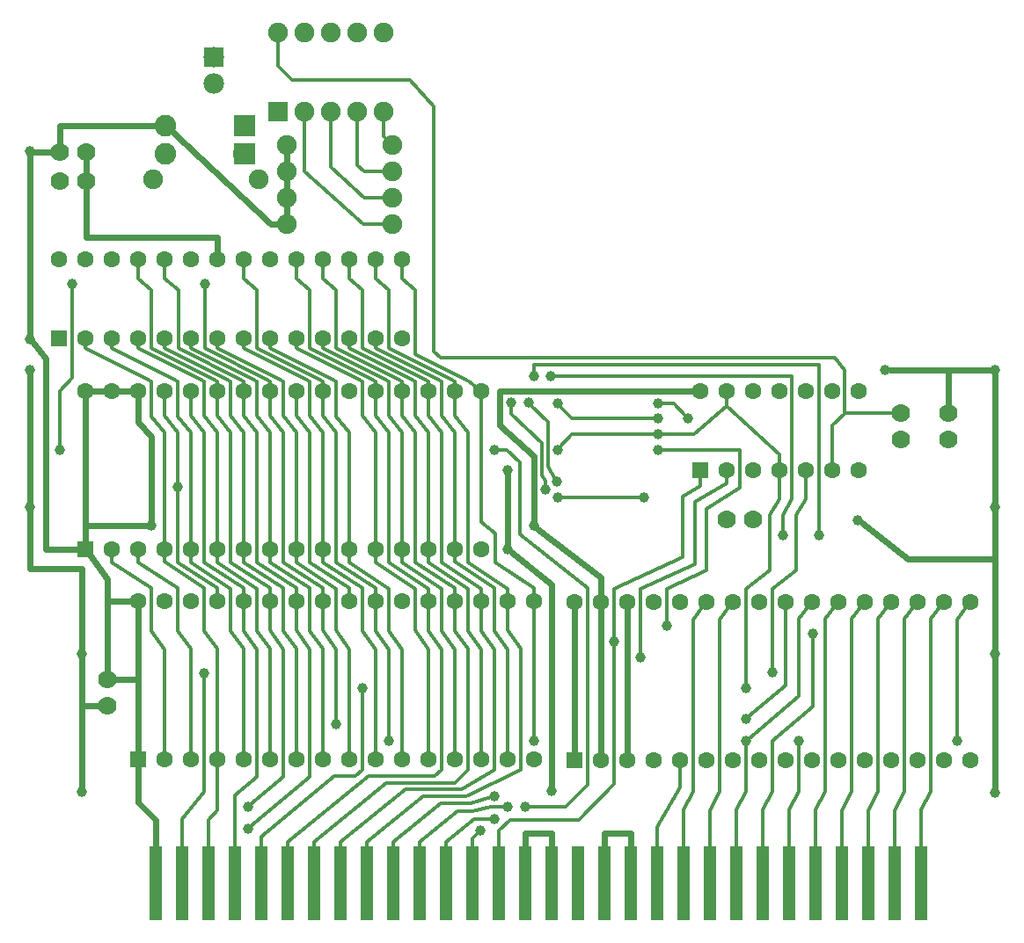
<source format=gbl>
G04 MADE WITH FRITZING*
G04 WWW.FRITZING.ORG*
G04 DOUBLE SIDED*
G04 HOLES PLATED*
G04 CONTOUR ON CENTER OF CONTOUR VECTOR*
%ASAXBY*%
%FSLAX23Y23*%
%MOIN*%
%OFA0B0*%
%SFA1.0B1.0*%
%ADD10C,0.039370*%
%ADD11C,0.075000*%
%ADD12C,0.062992*%
%ADD13C,0.070000*%
%ADD14C,0.082000*%
%ADD15C,0.078000*%
%ADD16R,0.051181X0.141823*%
%ADD17R,0.062992X0.062992*%
%ADD18R,0.082000X0.082000*%
%ADD19R,0.078000X0.078000*%
%ADD20R,0.075000X0.075000*%
%ADD21C,0.012000*%
%ADD22C,0.024000*%
%LNCOPPER0*%
G90*
G70*
G54D10*
X2429Y1919D03*
X2047Y1978D03*
X2046Y1679D03*
X2002Y1649D03*
X1937Y1979D03*
X1873Y1979D03*
X609Y1659D03*
X2429Y1799D03*
X2901Y1475D03*
X3037Y1475D03*
X1959Y2079D03*
X2021Y2079D03*
X2542Y1919D03*
X2429Y1978D03*
X2461Y1133D03*
X48Y2221D03*
X47Y2932D03*
X160Y1800D03*
X1807Y487D03*
X1958Y698D03*
X2047Y1619D03*
X2374Y1619D03*
X2429Y1859D03*
X2047Y1799D03*
X710Y2431D03*
X48Y2103D03*
X47Y1582D03*
X244Y1027D03*
X244Y502D03*
G54D11*
X1021Y2957D03*
X1421Y2957D03*
X1021Y2857D03*
X1421Y2857D03*
X1021Y2757D03*
X1421Y2757D03*
X1021Y2657D03*
X1421Y2657D03*
G54D12*
X159Y2222D03*
X159Y2522D03*
X259Y2222D03*
X259Y2522D03*
X359Y2222D03*
X359Y2522D03*
X459Y2222D03*
X459Y2522D03*
X559Y2222D03*
X559Y2522D03*
X659Y2222D03*
X659Y2522D03*
X759Y2222D03*
X759Y2522D03*
X859Y2222D03*
X859Y2522D03*
X959Y2222D03*
X959Y2522D03*
X1059Y2222D03*
X1059Y2522D03*
X1159Y2222D03*
X1159Y2522D03*
X1259Y2222D03*
X1259Y2522D03*
X1359Y2222D03*
X1359Y2522D03*
X1459Y2222D03*
X1459Y2522D03*
X458Y625D03*
X458Y1225D03*
X558Y625D03*
X558Y1225D03*
X658Y625D03*
X658Y1225D03*
X758Y625D03*
X758Y1225D03*
X858Y625D03*
X858Y1225D03*
X958Y625D03*
X958Y1225D03*
X1058Y625D03*
X1058Y1225D03*
X1158Y625D03*
X1158Y1225D03*
X1258Y625D03*
X1258Y1225D03*
X1358Y625D03*
X1358Y1225D03*
X1458Y625D03*
X1458Y1225D03*
X1558Y625D03*
X1558Y1225D03*
X1658Y625D03*
X1658Y1225D03*
X1758Y625D03*
X1758Y1225D03*
X1858Y625D03*
X1858Y1225D03*
X1958Y625D03*
X1958Y1225D03*
X259Y1423D03*
X259Y2023D03*
X359Y1423D03*
X359Y2023D03*
X459Y1423D03*
X459Y2023D03*
X559Y1423D03*
X559Y2023D03*
X659Y1423D03*
X659Y2023D03*
X759Y1423D03*
X759Y2023D03*
X859Y1423D03*
X859Y2023D03*
X959Y1423D03*
X959Y2023D03*
X1059Y1423D03*
X1059Y2023D03*
X1159Y1423D03*
X1159Y2023D03*
X1259Y1423D03*
X1259Y2023D03*
X1359Y1423D03*
X1359Y2023D03*
X1459Y1423D03*
X1459Y2023D03*
X1559Y1423D03*
X1559Y2023D03*
X1659Y1423D03*
X1659Y2023D03*
X1759Y1423D03*
X1759Y2023D03*
X2587Y1724D03*
X2587Y2024D03*
X2687Y1724D03*
X2687Y2024D03*
X2787Y1724D03*
X2787Y2024D03*
X2887Y1724D03*
X2887Y2024D03*
X2987Y1724D03*
X2987Y2024D03*
X3087Y1724D03*
X3087Y2024D03*
X3187Y1724D03*
X3187Y2024D03*
X2112Y624D03*
X2112Y1224D03*
X2212Y624D03*
X2212Y1224D03*
X2312Y624D03*
X2312Y1224D03*
X2412Y624D03*
X2412Y1224D03*
X2512Y624D03*
X2512Y1224D03*
X2612Y624D03*
X2612Y1224D03*
X2712Y624D03*
X2712Y1224D03*
X2812Y624D03*
X2812Y1224D03*
X2912Y624D03*
X2912Y1224D03*
X3012Y624D03*
X3012Y1224D03*
X3112Y624D03*
X3112Y1224D03*
X3212Y624D03*
X3212Y1224D03*
X3312Y624D03*
X3312Y1224D03*
X3412Y624D03*
X3412Y1224D03*
X3512Y624D03*
X3512Y1224D03*
X3612Y624D03*
X3612Y1224D03*
G54D13*
X3347Y1841D03*
X3347Y1941D03*
X3528Y1941D03*
X3528Y1841D03*
X2687Y1535D03*
X2787Y1535D03*
X260Y2930D03*
X160Y2930D03*
X260Y2819D03*
X160Y2819D03*
X342Y831D03*
X342Y931D03*
G54D14*
X859Y2924D03*
X561Y2924D03*
X860Y3031D03*
X562Y3031D03*
G54D11*
X916Y2827D03*
X516Y2827D03*
G54D15*
X745Y3290D03*
X745Y3190D03*
G54D11*
X989Y3084D03*
X989Y3384D03*
X1089Y3084D03*
X1089Y3384D03*
X1189Y3084D03*
X1189Y3384D03*
X1289Y3084D03*
X1289Y3384D03*
X1389Y3084D03*
X1389Y3384D03*
G54D10*
X2963Y697D03*
X3014Y1102D03*
X2763Y696D03*
X2763Y781D03*
X3562Y696D03*
X3704Y501D03*
X3705Y1027D03*
X3704Y1582D03*
X3185Y1534D03*
X3704Y2103D03*
X3289Y2104D03*
X2363Y1013D03*
X2261Y1074D03*
X2762Y895D03*
X2863Y955D03*
X1957Y1512D03*
X1809Y1800D03*
X1924Y445D03*
X1755Y355D03*
X1857Y1722D03*
X1857Y1424D03*
X2025Y508D03*
X1807Y400D03*
X1859Y445D03*
X874Y364D03*
X874Y446D03*
X1409Y698D03*
X1209Y759D03*
X1308Y895D03*
X709Y954D03*
X509Y1513D03*
X209Y2431D03*
G54D16*
X1924Y228D03*
X1824Y86D03*
X1724Y228D03*
X1624Y86D03*
X1524Y228D03*
X1424Y86D03*
X1324Y228D03*
X1224Y86D03*
X1124Y228D03*
X1024Y86D03*
X924Y228D03*
X824Y86D03*
X724Y228D03*
X624Y86D03*
X524Y228D03*
X524Y86D03*
X624Y228D03*
X724Y86D03*
X824Y228D03*
X924Y86D03*
X1024Y228D03*
X1124Y86D03*
X1224Y228D03*
X1324Y86D03*
X1424Y228D03*
X1524Y86D03*
X1624Y228D03*
X1724Y86D03*
X1824Y228D03*
X1924Y86D03*
X2024Y86D03*
X2124Y228D03*
X2224Y86D03*
X2324Y228D03*
X2424Y86D03*
X2524Y228D03*
X2624Y86D03*
X2724Y228D03*
X2824Y86D03*
X2924Y228D03*
X3024Y86D03*
X3124Y228D03*
X3224Y86D03*
X3324Y228D03*
X3424Y86D03*
X3424Y228D03*
X3324Y86D03*
X3224Y228D03*
X3124Y86D03*
X3024Y228D03*
X2924Y86D03*
X2824Y228D03*
X2724Y86D03*
X2624Y228D03*
X2524Y86D03*
X2424Y228D03*
X2324Y86D03*
X2224Y228D03*
X2124Y86D03*
X2024Y228D03*
G54D17*
X159Y2222D03*
X458Y625D03*
X259Y1423D03*
X2587Y1724D03*
X2112Y624D03*
G54D18*
X860Y2924D03*
X861Y3031D03*
G54D19*
X745Y3290D03*
G54D20*
X989Y3084D03*
G54D21*
X2102Y1919D02*
X2415Y1919D01*
D02*
X2056Y1968D02*
X2102Y1919D01*
D02*
X2001Y1683D02*
X2001Y1663D01*
D02*
X1872Y1937D02*
X1988Y1827D01*
D02*
X1988Y1702D02*
X2001Y1683D01*
D02*
X1988Y1827D02*
X1988Y1702D01*
D02*
X1873Y1966D02*
X1872Y1937D01*
D02*
X2012Y1736D02*
X2012Y1907D01*
D02*
X2012Y1907D02*
X1946Y1970D01*
D02*
X2039Y1690D02*
X2011Y1736D01*
D02*
X3327Y1941D02*
X3136Y1941D01*
D02*
X2612Y1578D02*
X2612Y1344D01*
D02*
X2612Y1344D02*
X2461Y1274D01*
D02*
X2737Y1799D02*
X2737Y1656D01*
D02*
X2737Y1656D02*
X2612Y1578D01*
D02*
X2461Y1274D02*
X2461Y1147D01*
D02*
X2443Y1799D02*
X2737Y1799D01*
D02*
X2936Y2079D02*
X2936Y1613D01*
D02*
X2034Y2079D02*
X2936Y2079D01*
D02*
X2936Y1613D02*
X2901Y1553D01*
D02*
X2901Y1553D02*
X2901Y1489D01*
D02*
X1959Y2123D02*
X3037Y2123D01*
D02*
X3037Y2123D02*
X3037Y1489D01*
D02*
X1959Y2093D02*
X1959Y2123D01*
D02*
X2687Y1967D02*
X2564Y1859D01*
D02*
X2564Y1859D02*
X2443Y1859D01*
D02*
X2687Y2003D02*
X2687Y1967D01*
D02*
X2488Y1978D02*
X2442Y1978D01*
D02*
X2533Y1929D02*
X2488Y1978D01*
G54D22*
D02*
X386Y2023D02*
X432Y2023D01*
D02*
X332Y2023D02*
X286Y2023D01*
D02*
X66Y2931D02*
X134Y2930D01*
D02*
X48Y2240D02*
X47Y2913D01*
G54D21*
D02*
X1089Y2857D02*
X1089Y3061D01*
D02*
X1313Y2657D02*
X1089Y2857D01*
D02*
X1398Y2657D02*
X1313Y2657D01*
D02*
X1189Y2872D02*
X1189Y3061D01*
D02*
X1314Y2757D02*
X1189Y2872D01*
D02*
X1398Y2757D02*
X1314Y2757D01*
D02*
X1289Y2879D02*
X1289Y3061D01*
D02*
X1314Y2857D02*
X1289Y2879D01*
D02*
X1398Y2857D02*
X1314Y2857D01*
D02*
X1389Y2991D02*
X1389Y3061D01*
D02*
X1405Y2974D02*
X1389Y2991D01*
G54D22*
D02*
X961Y2657D02*
X585Y3009D01*
D02*
X993Y2657D02*
X961Y2657D01*
D02*
X1021Y2686D02*
X1021Y2729D01*
D02*
X1021Y2786D02*
X1021Y2828D01*
D02*
X1021Y2885D02*
X1021Y2929D01*
D02*
X260Y2845D02*
X260Y2904D01*
D02*
X342Y1225D02*
X342Y957D01*
D02*
X431Y1225D02*
X342Y1225D01*
D02*
X458Y1198D02*
X458Y652D01*
D02*
X524Y398D02*
X524Y293D01*
D02*
X458Y462D02*
X524Y398D01*
D02*
X458Y598D02*
X458Y462D01*
D02*
X259Y1513D02*
X490Y1513D01*
D02*
X259Y1450D02*
X259Y1513D01*
D02*
X108Y1423D02*
X108Y2145D01*
D02*
X108Y2145D02*
X60Y2206D01*
D02*
X232Y1423D02*
X108Y1423D01*
G54D21*
D02*
X160Y2023D02*
X160Y1813D01*
G54D22*
D02*
X342Y1311D02*
X342Y957D01*
D02*
X275Y1402D02*
X342Y1311D01*
G54D21*
D02*
X758Y1276D02*
X758Y1246D01*
D02*
X609Y1373D02*
X758Y1276D01*
D02*
X559Y1929D02*
X609Y1867D01*
D02*
X609Y1646D02*
X609Y1373D01*
D02*
X609Y1867D02*
X609Y1673D01*
D02*
X559Y2002D02*
X559Y1929D01*
D02*
X658Y1045D02*
X658Y646D01*
D02*
X608Y1114D02*
X658Y1045D01*
D02*
X608Y1276D02*
X608Y1114D01*
D02*
X459Y1373D02*
X608Y1276D01*
D02*
X459Y1402D02*
X459Y1373D01*
D02*
X508Y1114D02*
X508Y1276D01*
D02*
X508Y1276D02*
X359Y1373D01*
D02*
X558Y1044D02*
X508Y1114D01*
D02*
X359Y1373D02*
X359Y1402D01*
D02*
X558Y646D02*
X558Y1044D01*
G54D22*
D02*
X244Y831D02*
X316Y831D01*
D02*
X244Y1008D02*
X244Y831D01*
G54D21*
D02*
X1008Y1044D02*
X958Y1116D01*
D02*
X958Y1116D02*
X958Y1204D01*
D02*
X1008Y561D02*
X1008Y1044D01*
D02*
X884Y455D02*
X1008Y561D01*
D02*
X1209Y1043D02*
X1209Y773D01*
D02*
X1158Y1115D02*
X1209Y1043D01*
D02*
X1158Y1204D02*
X1158Y1115D01*
G54D22*
D02*
X1829Y1894D02*
X1957Y1778D01*
D02*
X1957Y1778D02*
X1957Y1531D01*
D02*
X1829Y2024D02*
X1829Y1894D01*
D02*
X2560Y2024D02*
X1829Y2024D01*
D02*
X458Y931D02*
X368Y931D01*
D02*
X458Y652D02*
X458Y931D01*
D02*
X2025Y1291D02*
X2025Y527D01*
D02*
X1872Y1412D02*
X2025Y1291D01*
G54D21*
D02*
X1042Y3204D02*
X1488Y3204D01*
D02*
X989Y3255D02*
X1042Y3204D01*
D02*
X989Y3361D02*
X989Y3255D01*
D02*
X2360Y1619D02*
X2060Y1619D01*
D02*
X2102Y1859D02*
X2056Y1809D01*
D02*
X2416Y1859D02*
X2102Y1859D01*
G54D22*
D02*
X2212Y1316D02*
X2212Y1251D01*
D02*
X1972Y1501D02*
X2212Y1316D01*
D02*
X47Y1601D02*
X48Y2084D01*
D02*
X2212Y651D02*
X2212Y1197D01*
D02*
X2112Y651D02*
X2112Y1197D01*
D02*
X244Y1008D02*
X244Y521D01*
D02*
X47Y1350D02*
X244Y1350D01*
D02*
X244Y1350D02*
X244Y1046D01*
D02*
X47Y1563D02*
X47Y1350D01*
D02*
X160Y3031D02*
X530Y3031D01*
D02*
X160Y2956D02*
X160Y3031D01*
D02*
X259Y1450D02*
X259Y1997D01*
G54D21*
D02*
X259Y2187D02*
X259Y2201D01*
D02*
X509Y2059D02*
X259Y2187D01*
D02*
X509Y1927D02*
X509Y2059D01*
D02*
X559Y1867D02*
X509Y1927D01*
D02*
X559Y1445D02*
X559Y1867D01*
D02*
X959Y2059D02*
X959Y2045D01*
D02*
X710Y2187D02*
X959Y2059D01*
D02*
X710Y2418D02*
X710Y2187D01*
G54D22*
D02*
X759Y2607D02*
X759Y2549D01*
D02*
X260Y2607D02*
X759Y2607D01*
D02*
X260Y2793D02*
X260Y2607D01*
G54D21*
D02*
X3424Y162D02*
X3424Y152D01*
D02*
X3324Y163D02*
X3324Y151D01*
D02*
X3224Y162D02*
X3224Y152D01*
D02*
X3124Y163D02*
X3124Y151D01*
D02*
X3024Y162D02*
X3024Y152D01*
D02*
X2924Y163D02*
X2924Y151D01*
D02*
X2824Y162D02*
X2824Y152D01*
D02*
X2724Y163D02*
X2724Y151D01*
D02*
X2624Y162D02*
X2624Y152D01*
D02*
X2524Y163D02*
X2524Y151D01*
D02*
X2424Y162D02*
X2424Y152D01*
D02*
X2324Y163D02*
X2324Y151D01*
D02*
X2224Y162D02*
X2224Y152D01*
D02*
X2124Y163D02*
X2124Y151D01*
D02*
X2024Y162D02*
X2024Y152D01*
D02*
X1924Y162D02*
X1924Y152D01*
D02*
X1824Y163D02*
X1824Y151D01*
D02*
X1724Y162D02*
X1724Y152D01*
D02*
X1624Y163D02*
X1624Y151D01*
D02*
X1524Y162D02*
X1524Y152D01*
D02*
X1424Y163D02*
X1424Y151D01*
D02*
X1324Y162D02*
X1324Y152D01*
D02*
X1224Y163D02*
X1224Y151D01*
D02*
X1124Y162D02*
X1124Y152D01*
D02*
X1024Y163D02*
X1024Y151D01*
D02*
X924Y162D02*
X924Y152D01*
D02*
X824Y163D02*
X824Y151D01*
D02*
X724Y162D02*
X724Y152D01*
D02*
X624Y163D02*
X624Y151D01*
D02*
X524Y162D02*
X524Y152D01*
G54D22*
D02*
X1924Y348D02*
X1924Y293D01*
D02*
X2024Y348D02*
X1924Y348D01*
D02*
X2024Y293D02*
X2024Y348D01*
D02*
X2324Y345D02*
X2224Y345D01*
D02*
X2224Y345D02*
X2224Y293D01*
D02*
X2324Y293D02*
X2324Y345D01*
G54D21*
D02*
X3424Y435D02*
X3424Y293D01*
D02*
X3463Y503D02*
X3424Y435D01*
D02*
X3463Y1160D02*
X3463Y503D01*
D02*
X3499Y1207D02*
X3463Y1160D01*
D02*
X3324Y434D02*
X3324Y293D01*
D02*
X3363Y503D02*
X3324Y434D01*
D02*
X3363Y1160D02*
X3363Y503D01*
D02*
X3399Y1207D02*
X3363Y1160D01*
D02*
X3224Y434D02*
X3224Y293D01*
D02*
X3263Y503D02*
X3224Y434D01*
D02*
X3263Y1161D02*
X3263Y503D01*
D02*
X3299Y1207D02*
X3263Y1161D01*
D02*
X3124Y434D02*
X3124Y293D01*
D02*
X3162Y503D02*
X3124Y434D01*
D02*
X3162Y1161D02*
X3162Y503D01*
D02*
X3199Y1208D02*
X3162Y1161D01*
D02*
X3024Y435D02*
X3024Y293D01*
D02*
X3063Y503D02*
X3024Y435D01*
D02*
X3063Y1161D02*
X3063Y503D01*
D02*
X3099Y1207D02*
X3063Y1161D01*
D02*
X2924Y435D02*
X2924Y293D01*
D02*
X2963Y503D02*
X2924Y435D01*
D02*
X2963Y683D02*
X2963Y503D01*
D02*
X2824Y435D02*
X2824Y293D01*
D02*
X2863Y503D02*
X2824Y435D01*
D02*
X2863Y697D02*
X2863Y503D01*
D02*
X3014Y828D02*
X2863Y697D01*
D02*
X3014Y1088D02*
X3014Y828D01*
D02*
X2724Y435D02*
X2724Y293D01*
D02*
X2763Y502D02*
X2724Y435D01*
D02*
X2763Y682D02*
X2763Y502D01*
D02*
X2962Y1160D02*
X2999Y1207D01*
D02*
X2962Y867D02*
X2962Y1160D01*
D02*
X2773Y704D02*
X2962Y867D01*
D02*
X2912Y907D02*
X2912Y1203D01*
D02*
X2773Y789D02*
X2912Y907D01*
D02*
X3562Y1158D02*
X3599Y1207D01*
D02*
X3562Y710D02*
X3562Y1158D01*
D02*
X2624Y434D02*
X2624Y293D01*
D02*
X2663Y503D02*
X2624Y434D01*
D02*
X2663Y1158D02*
X2663Y503D01*
D02*
X2699Y1207D02*
X2663Y1158D01*
D02*
X2524Y435D02*
X2524Y293D01*
D02*
X2563Y503D02*
X2524Y435D01*
D02*
X2563Y1158D02*
X2563Y503D01*
D02*
X2599Y1207D02*
X2563Y1158D01*
D02*
X2424Y370D02*
X2424Y293D01*
D02*
X2512Y520D02*
X2424Y369D01*
D02*
X2512Y603D02*
X2512Y520D01*
G54D22*
D02*
X2312Y651D02*
X2312Y1197D01*
D02*
X3704Y1388D02*
X3704Y1563D01*
D02*
X3374Y1388D02*
X3704Y1388D01*
D02*
X3200Y1522D02*
X3374Y1388D01*
D02*
X3705Y1008D02*
X3704Y520D01*
D02*
X3704Y1563D02*
X3705Y1046D01*
D02*
X3704Y1601D02*
X3704Y2084D01*
D02*
X3685Y2103D02*
X3308Y2104D01*
D02*
X3528Y2104D02*
X3528Y1967D01*
D02*
X3308Y2104D02*
X3528Y2104D01*
G54D21*
D02*
X3137Y1941D02*
X3327Y1941D01*
D02*
X3087Y1892D02*
X3137Y1941D01*
D02*
X3087Y1746D02*
X3087Y1892D01*
D02*
X3136Y1941D02*
X3136Y2104D01*
D02*
X3136Y2104D02*
X3097Y2149D01*
D02*
X1606Y2149D02*
X1577Y2172D01*
D02*
X3097Y2149D02*
X1606Y2149D01*
D02*
X1577Y2172D02*
X1577Y3104D01*
D02*
X1577Y3104D02*
X1488Y3204D01*
D02*
X2687Y1967D02*
X2687Y2003D01*
D02*
X2887Y1782D02*
X2687Y1967D01*
D02*
X2887Y1746D02*
X2887Y1782D01*
D02*
X2951Y1552D02*
X2987Y1613D01*
D02*
X2987Y1613D02*
X2987Y1703D01*
D02*
X2951Y1344D02*
X2951Y1552D01*
D02*
X2863Y1274D02*
X2951Y1344D01*
D02*
X2863Y968D02*
X2863Y1274D01*
D02*
X2851Y1552D02*
X2887Y1613D01*
D02*
X2887Y1613D02*
X2887Y1703D01*
D02*
X2851Y1344D02*
X2851Y1552D01*
D02*
X2762Y1274D02*
X2851Y1344D01*
D02*
X2762Y908D02*
X2762Y1274D01*
D02*
X2569Y1602D02*
X2687Y1673D01*
D02*
X2569Y1368D02*
X2569Y1602D01*
D02*
X2687Y1673D02*
X2687Y1703D01*
D02*
X2363Y1274D02*
X2569Y1368D01*
D02*
X2363Y1026D02*
X2363Y1274D01*
D02*
X2523Y1623D02*
X2587Y1662D01*
D02*
X2523Y1393D02*
X2523Y1623D01*
D02*
X2587Y1662D02*
X2587Y1703D01*
D02*
X2261Y1274D02*
X2523Y1393D01*
D02*
X2261Y1087D02*
X2261Y1274D01*
D02*
X1824Y356D02*
X1824Y293D01*
D02*
X2128Y395D02*
X1869Y395D01*
D02*
X2261Y534D02*
X2128Y395D01*
D02*
X1869Y395D02*
X1824Y356D01*
D02*
X2261Y1060D02*
X2261Y534D01*
D02*
X1724Y327D02*
X1724Y293D01*
D02*
X1745Y346D02*
X1724Y327D01*
D02*
X2162Y531D02*
X2162Y1275D01*
D02*
X1855Y1800D02*
X1822Y1800D01*
D02*
X2162Y1275D02*
X1904Y1480D01*
D02*
X1904Y1480D02*
X1904Y1754D01*
D02*
X2078Y445D02*
X2162Y531D01*
D02*
X1904Y1754D02*
X1854Y1800D01*
D02*
X1938Y445D02*
X2078Y445D01*
G54D22*
D02*
X1857Y1703D02*
X1857Y1443D01*
G54D21*
D02*
X1524Y313D02*
X1524Y293D01*
D02*
X1726Y430D02*
X1667Y430D01*
D02*
X1667Y430D02*
X1524Y313D01*
D02*
X1796Y445D02*
X1726Y430D01*
D02*
X1845Y445D02*
X1796Y445D01*
D02*
X1624Y314D02*
X1624Y293D01*
D02*
X1732Y400D02*
X1624Y314D01*
D02*
X1794Y400D02*
X1732Y400D01*
D02*
X624Y400D02*
X624Y293D01*
D02*
X709Y504D02*
X624Y400D01*
D02*
X709Y940D02*
X709Y504D01*
D02*
X758Y434D02*
X758Y604D01*
D02*
X724Y398D02*
X758Y434D01*
D02*
X724Y293D02*
X724Y398D01*
D02*
X1605Y460D02*
X1424Y314D01*
D02*
X1718Y460D02*
X1605Y460D01*
D02*
X1795Y483D02*
X1718Y460D01*
D02*
X1424Y314D02*
X1424Y293D01*
D02*
X1958Y1204D02*
X1958Y712D01*
D02*
X1810Y1373D02*
X1810Y1482D01*
D02*
X1958Y1276D02*
X1810Y1373D01*
D02*
X1810Y1482D02*
X1759Y1526D01*
D02*
X1759Y1526D02*
X1759Y2002D01*
D02*
X1958Y1246D02*
X1958Y1276D01*
D02*
X1508Y2164D02*
X1508Y2407D01*
D02*
X1459Y2451D02*
X1459Y2501D01*
D02*
X1508Y2407D02*
X1459Y2451D01*
D02*
X1710Y2060D02*
X1508Y2164D01*
D02*
X1742Y2036D02*
X1710Y2060D01*
D02*
X1908Y1045D02*
X1908Y585D01*
D02*
X1858Y1116D02*
X1908Y1045D01*
D02*
X1324Y313D02*
X1324Y293D01*
D02*
X1703Y486D02*
X1538Y486D01*
D02*
X1538Y486D02*
X1324Y313D01*
D02*
X1908Y585D02*
X1703Y486D01*
D02*
X1858Y1204D02*
X1858Y1116D01*
D02*
X1858Y1274D02*
X1709Y1373D01*
D02*
X1709Y1373D02*
X1709Y1865D01*
D02*
X1709Y1865D02*
X1659Y1929D01*
D02*
X1659Y1929D02*
X1659Y2002D01*
D02*
X1858Y1246D02*
X1858Y1274D01*
D02*
X1359Y2451D02*
X1359Y2501D01*
D02*
X1409Y2407D02*
X1359Y2451D01*
D02*
X1409Y2187D02*
X1409Y2407D01*
D02*
X1659Y2059D02*
X1409Y2187D01*
D02*
X1659Y2045D02*
X1659Y2059D01*
D02*
X1224Y314D02*
X1224Y293D01*
D02*
X1685Y513D02*
X1470Y512D01*
D02*
X1470Y512D02*
X1224Y314D01*
D02*
X1808Y587D02*
X1685Y513D01*
D02*
X1808Y1043D02*
X1808Y587D01*
D02*
X1758Y1114D02*
X1808Y1043D01*
D02*
X1758Y1204D02*
X1758Y1114D01*
D02*
X1124Y314D02*
X1124Y293D01*
D02*
X1657Y537D02*
X1399Y537D01*
D02*
X1399Y537D02*
X1124Y314D01*
D02*
X1708Y585D02*
X1657Y537D01*
D02*
X1708Y1045D02*
X1708Y585D01*
D02*
X1658Y1114D02*
X1708Y1045D01*
D02*
X1658Y1204D02*
X1658Y1114D01*
D02*
X1024Y314D02*
X1024Y293D01*
D02*
X1583Y563D02*
X1332Y563D01*
D02*
X1332Y563D02*
X1024Y314D01*
D02*
X1608Y587D02*
X1583Y563D01*
D02*
X1608Y1043D02*
X1608Y587D01*
D02*
X1558Y1114D02*
X1608Y1043D01*
D02*
X1558Y1204D02*
X1558Y1114D01*
D02*
X1559Y1929D02*
X1559Y2002D01*
D02*
X1609Y1867D02*
X1559Y1929D01*
D02*
X1609Y1373D02*
X1609Y1867D01*
D02*
X1758Y1274D02*
X1609Y1373D01*
D02*
X1758Y1246D02*
X1758Y1274D01*
D02*
X1459Y1929D02*
X1459Y2002D01*
D02*
X1509Y1867D02*
X1459Y1929D01*
D02*
X1509Y1373D02*
X1509Y1867D01*
D02*
X1658Y1276D02*
X1509Y1373D01*
D02*
X1658Y1246D02*
X1658Y1276D01*
D02*
X1359Y1929D02*
X1359Y2002D01*
D02*
X1409Y1867D02*
X1359Y1929D01*
D02*
X1409Y1373D02*
X1409Y1867D01*
D02*
X1558Y1274D02*
X1409Y1373D01*
D02*
X1558Y1246D02*
X1558Y1274D01*
D02*
X1259Y2450D02*
X1259Y2501D01*
D02*
X1309Y2407D02*
X1259Y2450D01*
D02*
X1309Y2187D02*
X1309Y2407D01*
D02*
X1559Y2059D02*
X1309Y2187D01*
D02*
X1559Y2045D02*
X1559Y2059D01*
D02*
X1159Y2451D02*
X1159Y2501D01*
D02*
X1209Y2408D02*
X1159Y2451D01*
D02*
X1209Y2187D02*
X1209Y2408D01*
D02*
X1459Y2059D02*
X1209Y2187D01*
D02*
X1459Y2045D02*
X1459Y2059D01*
D02*
X1059Y2451D02*
X1059Y2501D01*
D02*
X1109Y2407D02*
X1059Y2451D01*
D02*
X1109Y2187D02*
X1109Y2407D01*
D02*
X1359Y2059D02*
X1109Y2187D01*
D02*
X1359Y2045D02*
X1359Y2059D01*
D02*
X1108Y561D02*
X1108Y1043D01*
D02*
X1058Y1116D02*
X1058Y1204D01*
D02*
X1108Y1043D02*
X1058Y1116D01*
D02*
X884Y373D02*
X1108Y561D01*
D02*
X924Y334D02*
X924Y293D01*
D02*
X1201Y562D02*
X924Y334D01*
D02*
X1281Y562D02*
X1201Y562D01*
D02*
X1308Y586D02*
X1281Y562D01*
D02*
X1308Y882D02*
X1308Y586D01*
D02*
X824Y489D02*
X824Y293D01*
D02*
X908Y561D02*
X824Y489D01*
D02*
X908Y1043D02*
X908Y561D01*
D02*
X858Y1114D02*
X908Y1043D01*
D02*
X858Y1204D02*
X858Y1114D01*
G54D22*
D02*
X509Y1849D02*
X509Y1532D01*
D02*
X459Y1905D02*
X509Y1849D01*
D02*
X459Y1997D02*
X459Y1905D01*
G54D21*
D02*
X209Y2074D02*
X160Y2023D01*
D02*
X209Y2418D02*
X209Y2074D01*
D02*
X559Y1375D02*
X559Y1402D01*
D02*
X708Y1114D02*
X708Y1276D01*
D02*
X708Y1276D02*
X559Y1375D01*
D02*
X758Y1045D02*
X708Y1114D01*
D02*
X758Y646D02*
X758Y1045D01*
D02*
X1659Y1375D02*
X1808Y1276D01*
D02*
X1858Y1043D02*
X1858Y646D01*
D02*
X1808Y1114D02*
X1858Y1043D01*
D02*
X1808Y1276D02*
X1808Y1114D01*
D02*
X1659Y1402D02*
X1659Y1375D01*
D02*
X1559Y1373D02*
X1708Y1274D01*
D02*
X1758Y1043D02*
X1758Y646D01*
D02*
X1708Y1114D02*
X1758Y1043D01*
D02*
X1708Y1274D02*
X1708Y1114D01*
D02*
X1559Y1402D02*
X1559Y1373D01*
D02*
X1459Y1373D02*
X1608Y1274D01*
D02*
X1658Y1043D02*
X1658Y646D01*
D02*
X1608Y1114D02*
X1658Y1043D01*
D02*
X1608Y1274D02*
X1608Y1114D01*
D02*
X1459Y1402D02*
X1459Y1373D01*
D02*
X1359Y1373D02*
X1507Y1274D01*
D02*
X1558Y1043D02*
X1558Y646D01*
D02*
X1507Y1116D02*
X1558Y1043D01*
D02*
X1507Y1274D02*
X1507Y1116D01*
D02*
X1359Y1402D02*
X1359Y1373D01*
D02*
X1259Y1373D02*
X1408Y1274D01*
D02*
X1458Y1043D02*
X1458Y646D01*
D02*
X1408Y1114D02*
X1458Y1043D01*
D02*
X1408Y1274D02*
X1408Y1114D01*
D02*
X1259Y1402D02*
X1259Y1373D01*
D02*
X1159Y1373D02*
X1308Y1276D01*
D02*
X1358Y1043D02*
X1358Y646D01*
D02*
X1308Y1114D02*
X1358Y1043D01*
D02*
X1308Y1276D02*
X1308Y1114D01*
D02*
X1159Y1402D02*
X1159Y1373D01*
D02*
X1059Y1373D02*
X1208Y1274D01*
D02*
X1258Y1043D02*
X1258Y646D01*
D02*
X1208Y1116D02*
X1258Y1043D01*
D02*
X1208Y1274D02*
X1208Y1116D01*
D02*
X1059Y1402D02*
X1059Y1373D01*
D02*
X959Y1373D02*
X1108Y1276D01*
D02*
X1158Y1045D02*
X1158Y646D01*
D02*
X1108Y1114D02*
X1158Y1045D01*
D02*
X1108Y1276D02*
X1108Y1114D01*
D02*
X959Y1402D02*
X959Y1373D01*
D02*
X859Y1373D02*
X1008Y1276D01*
D02*
X1058Y1045D02*
X1058Y646D01*
D02*
X1008Y1114D02*
X1058Y1045D01*
D02*
X1008Y1276D02*
X1008Y1114D01*
D02*
X859Y1402D02*
X859Y1373D01*
D02*
X759Y1373D02*
X908Y1274D01*
D02*
X958Y1045D02*
X958Y646D01*
D02*
X908Y1114D02*
X958Y1045D01*
D02*
X908Y1274D02*
X908Y1114D01*
D02*
X759Y1402D02*
X759Y1373D01*
D02*
X1359Y2187D02*
X1359Y2201D01*
D02*
X1609Y2059D02*
X1359Y2187D01*
D02*
X1609Y1929D02*
X1609Y2059D01*
D02*
X1659Y1867D02*
X1609Y1929D01*
D02*
X1659Y1445D02*
X1659Y1867D01*
D02*
X1259Y2187D02*
X1259Y2201D01*
D02*
X1509Y2059D02*
X1259Y2187D01*
D02*
X1509Y1929D02*
X1509Y2059D01*
D02*
X1559Y1865D02*
X1509Y1929D01*
D02*
X1559Y1445D02*
X1559Y1865D01*
D02*
X1159Y2187D02*
X1159Y2201D01*
D02*
X1409Y2059D02*
X1159Y2187D01*
D02*
X1409Y1929D02*
X1409Y2059D01*
D02*
X1459Y1867D02*
X1409Y1929D01*
D02*
X1459Y1445D02*
X1459Y1867D01*
D02*
X1059Y2187D02*
X1059Y2201D01*
D02*
X1309Y2059D02*
X1059Y2187D01*
D02*
X1309Y1929D02*
X1309Y2059D01*
D02*
X1359Y1867D02*
X1309Y1929D01*
D02*
X1359Y1445D02*
X1359Y1867D01*
D02*
X959Y2187D02*
X959Y2201D01*
D02*
X1209Y2059D02*
X959Y2187D01*
D02*
X1209Y1927D02*
X1209Y2059D01*
D02*
X1259Y1867D02*
X1209Y1927D01*
D02*
X1259Y1445D02*
X1259Y1867D01*
D02*
X859Y2187D02*
X859Y2201D01*
D02*
X1109Y2059D02*
X859Y2187D01*
D02*
X1109Y1929D02*
X1109Y2059D01*
D02*
X1159Y1867D02*
X1109Y1929D01*
D02*
X1159Y1445D02*
X1159Y1867D01*
D02*
X1009Y1929D02*
X1009Y2059D01*
D02*
X1059Y1867D02*
X1009Y1929D01*
D02*
X759Y2187D02*
X759Y2201D01*
D02*
X1009Y2059D02*
X759Y2187D01*
D02*
X1059Y1445D02*
X1059Y1867D01*
D02*
X659Y2187D02*
X659Y2201D01*
D02*
X908Y2059D02*
X659Y2187D01*
D02*
X908Y1929D02*
X908Y2059D01*
D02*
X959Y1867D02*
X908Y1929D01*
D02*
X959Y1445D02*
X959Y1867D01*
D02*
X559Y2187D02*
X559Y2201D01*
D02*
X809Y2059D02*
X559Y2187D01*
D02*
X809Y1929D02*
X809Y2059D01*
D02*
X859Y1867D02*
X809Y1929D01*
D02*
X859Y1445D02*
X859Y1867D01*
D02*
X459Y2187D02*
X459Y2201D01*
D02*
X709Y2059D02*
X459Y2187D01*
D02*
X709Y1929D02*
X709Y2059D01*
D02*
X759Y1867D02*
X709Y1929D01*
D02*
X759Y1445D02*
X759Y1867D01*
D02*
X659Y1373D02*
X808Y1274D01*
D02*
X858Y1045D02*
X858Y646D01*
D02*
X808Y1114D02*
X858Y1045D01*
D02*
X808Y1274D02*
X808Y1114D01*
D02*
X659Y1402D02*
X659Y1373D01*
D02*
X359Y2187D02*
X359Y2201D01*
D02*
X609Y2059D02*
X359Y2187D01*
D02*
X609Y1927D02*
X609Y2059D01*
D02*
X659Y1867D02*
X609Y1927D01*
D02*
X659Y1445D02*
X659Y1867D01*
D02*
X1409Y1043D02*
X1409Y712D01*
D02*
X1358Y1114D02*
X1409Y1043D01*
D02*
X1358Y1204D02*
X1358Y1114D01*
D02*
X1159Y1929D02*
X1159Y2002D01*
D02*
X1209Y1867D02*
X1159Y1929D01*
D02*
X1209Y1373D02*
X1209Y1867D01*
D02*
X1358Y1276D02*
X1209Y1373D01*
D02*
X1358Y1246D02*
X1358Y1276D01*
D02*
X1059Y1929D02*
X1059Y2002D01*
D02*
X1109Y1867D02*
X1059Y1929D01*
D02*
X1109Y1373D02*
X1109Y1867D01*
D02*
X1258Y1276D02*
X1109Y1373D01*
D02*
X1258Y1246D02*
X1258Y1276D01*
D02*
X959Y1929D02*
X959Y2002D01*
D02*
X1009Y1867D02*
X959Y1929D01*
D02*
X1009Y1373D02*
X1009Y1867D01*
D02*
X1158Y1276D02*
X1009Y1373D01*
D02*
X1158Y1246D02*
X1158Y1276D01*
D02*
X859Y1929D02*
X859Y2002D01*
D02*
X909Y1867D02*
X859Y1929D01*
D02*
X909Y1373D02*
X909Y1867D01*
D02*
X1058Y1276D02*
X909Y1373D01*
D02*
X1058Y1246D02*
X1058Y1276D01*
D02*
X759Y1929D02*
X759Y2002D01*
D02*
X809Y1867D02*
X759Y1929D01*
D02*
X809Y1373D02*
X809Y1867D01*
D02*
X958Y1276D02*
X809Y1373D01*
D02*
X958Y1246D02*
X958Y1276D01*
D02*
X659Y1929D02*
X659Y2002D01*
D02*
X709Y1867D02*
X659Y1929D01*
D02*
X709Y1373D02*
X709Y1867D01*
D02*
X858Y1276D02*
X709Y1373D01*
D02*
X858Y1246D02*
X858Y1276D01*
D02*
X859Y2450D02*
X859Y2501D01*
D02*
X909Y2407D02*
X859Y2450D01*
D02*
X909Y2187D02*
X909Y2407D01*
D02*
X1159Y2059D02*
X909Y2187D01*
D02*
X1159Y2045D02*
X1159Y2059D01*
D02*
X559Y2451D02*
X559Y2501D01*
D02*
X611Y2407D02*
X559Y2451D01*
D02*
X610Y2187D02*
X611Y2407D01*
D02*
X859Y2059D02*
X610Y2187D01*
D02*
X859Y2045D02*
X859Y2059D01*
D02*
X459Y2451D02*
X459Y2501D01*
D02*
X509Y2406D02*
X459Y2451D01*
D02*
X759Y2059D02*
X509Y2187D01*
D02*
X509Y2187D02*
X509Y2406D01*
D02*
X759Y2045D02*
X759Y2059D01*
G04 End of Copper0*
M02*
</source>
